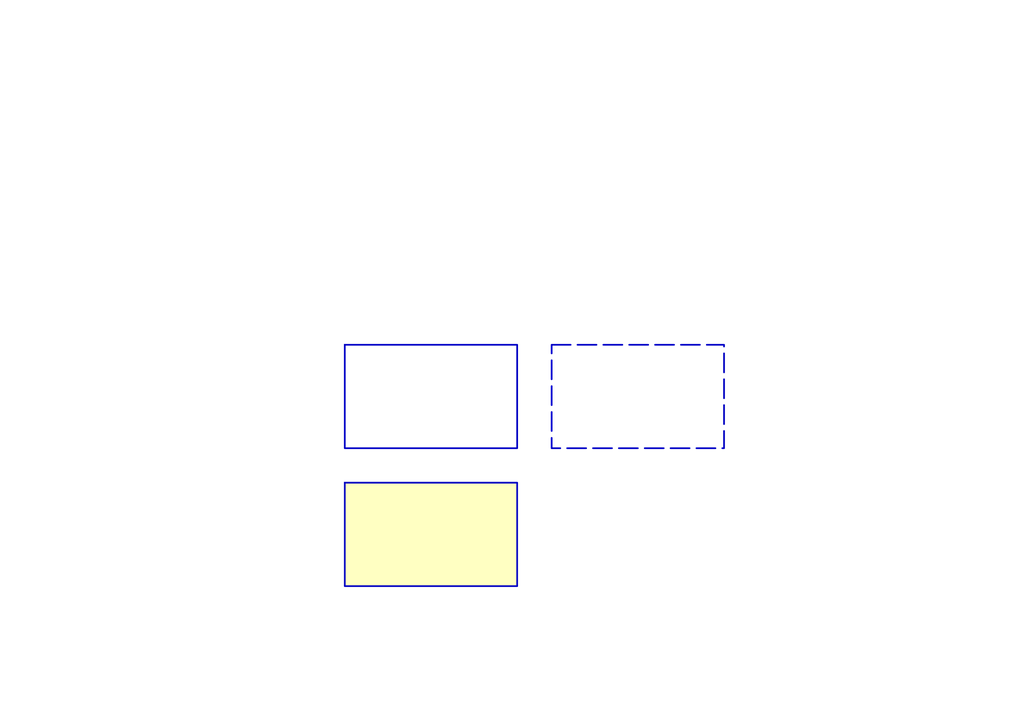
<source format=kicad_sch>
(kicad_sch
	(version 20250114)
	(generator "eeschema")
	(generator_version "9.0")
	(uuid "b4ec9d7b-b234-4016-bddf-e8775dc7d181")
	(paper "A4")
	(title_block
		(title "Rectangles Reference")
	)
	(lib_symbols)
	(rectangle
		(start 100 100)
		(end 150 130)
		(stroke
			(width 0.5)
			(type solid)
		)
		(fill
			(type none)
		)
		(uuid "89f8182b-d132-41d1-9a36-c2a3573bd906")
	)
	(rectangle
		(start 100 140)
		(end 150 170)
		(stroke
			(width 0.5)
			(type solid)
		)
		(fill
			(type background)
		)
		(uuid "257bff6c-006b-4039-ba83-ced33b31feea")
	)
	(rectangle
		(start 160 100)
		(end 210 130)
		(stroke
			(width 0.5)
			(type dash)
		)
		(fill
			(type none)
		)
		(uuid "6c99c3fa-ffb3-4e13-b234-7ba573e9233b")
	)
	(sheet_instances
		(path "/"
			(page "1")
		)
	)
	(embedded_fonts no)
)

</source>
